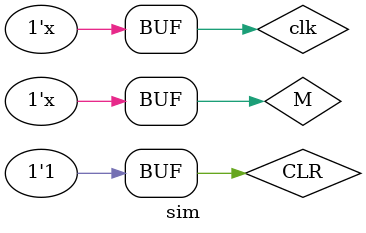
<source format=v>
`timescale 1ns / 1ps


module sim();
    reg clk;
    reg M;
    reg CLR;
    wire QD,QC,QB,QA;
    wire Qcc;
initial begin
  M<=1;
  CLR<=1;
  clk<=0;
end
    always #20 clk=~clk;
    always #600 M=~M;
    counter_8 my_counter_8(clk,M,CLR,QD,QC,QB,QA,Qcc);
endmodule

</source>
